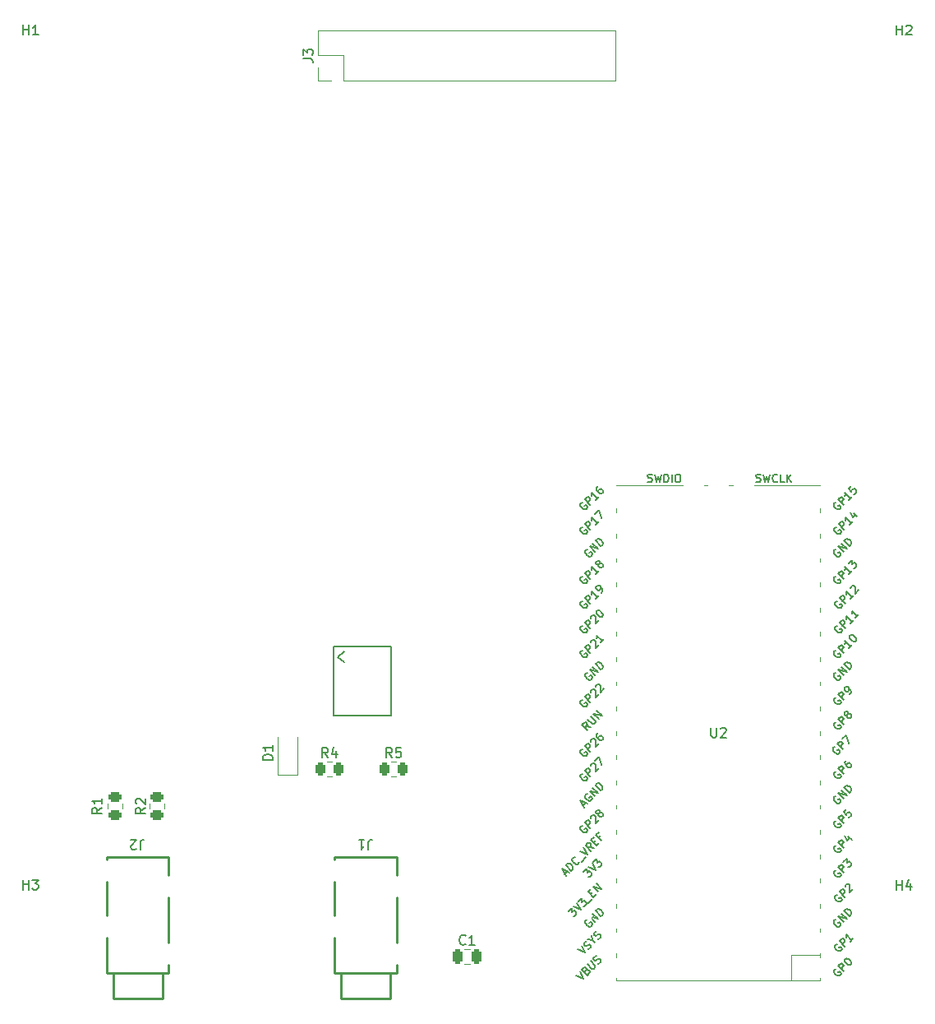
<source format=gbr>
%TF.GenerationSoftware,KiCad,Pcbnew,(6.0.7)*%
%TF.CreationDate,2022-08-05T22:04:18-07:00*%
%TF.ProjectId,d70-buddy-main-board,6437302d-6275-4646-9479-2d6d61696e2d,rev?*%
%TF.SameCoordinates,Original*%
%TF.FileFunction,Legend,Top*%
%TF.FilePolarity,Positive*%
%FSLAX46Y46*%
G04 Gerber Fmt 4.6, Leading zero omitted, Abs format (unit mm)*
G04 Created by KiCad (PCBNEW (6.0.7)) date 2022-08-05 22:04:18*
%MOMM*%
%LPD*%
G01*
G04 APERTURE LIST*
G04 Aperture macros list*
%AMRoundRect*
0 Rectangle with rounded corners*
0 $1 Rounding radius*
0 $2 $3 $4 $5 $6 $7 $8 $9 X,Y pos of 4 corners*
0 Add a 4 corners polygon primitive as box body*
4,1,4,$2,$3,$4,$5,$6,$7,$8,$9,$2,$3,0*
0 Add four circle primitives for the rounded corners*
1,1,$1+$1,$2,$3*
1,1,$1+$1,$4,$5*
1,1,$1+$1,$6,$7*
1,1,$1+$1,$8,$9*
0 Add four rect primitives between the rounded corners*
20,1,$1+$1,$2,$3,$4,$5,0*
20,1,$1+$1,$4,$5,$6,$7,0*
20,1,$1+$1,$6,$7,$8,$9,0*
20,1,$1+$1,$8,$9,$2,$3,0*%
G04 Aperture macros list end*
%ADD10C,0.150000*%
%ADD11C,0.120000*%
%ADD12C,0.254000*%
%ADD13R,1.200000X0.900000*%
%ADD14C,5.700000*%
%ADD15RoundRect,0.250000X-0.262500X-0.450000X0.262500X-0.450000X0.262500X0.450000X-0.262500X0.450000X0*%
%ADD16RoundRect,0.250000X0.450000X-0.262500X0.450000X0.262500X-0.450000X0.262500X-0.450000X-0.262500X0*%
%ADD17RoundRect,0.250000X-0.450000X0.262500X-0.450000X-0.262500X0.450000X-0.262500X0.450000X0.262500X0*%
%ADD18RoundRect,0.250000X-0.250000X-0.475000X0.250000X-0.475000X0.250000X0.475000X-0.250000X0.475000X0*%
%ADD19R,1.700000X1.700000*%
%ADD20O,1.700000X1.700000*%
%ADD21O,1.800000X1.800000*%
%ADD22O,1.500000X1.500000*%
%ADD23R,3.500000X1.700000*%
%ADD24R,1.700000X3.500000*%
%ADD25R,1.560000X1.780000*%
%ADD26R,1.520000X1.780000*%
%ADD27C,1.700000*%
%ADD28R,2.800000X1.800000*%
%ADD29R,2.500000X1.800000*%
%ADD30R,3.000000X1.800000*%
%ADD31C,0.800000*%
G04 APERTURE END LIST*
D10*
%TO.C,D1*%
X94452380Y-121738095D02*
X93452380Y-121738095D01*
X93452380Y-121500000D01*
X93500000Y-121357142D01*
X93595238Y-121261904D01*
X93690476Y-121214285D01*
X93880952Y-121166666D01*
X94023809Y-121166666D01*
X94214285Y-121214285D01*
X94309523Y-121261904D01*
X94404761Y-121357142D01*
X94452380Y-121500000D01*
X94452380Y-121738095D01*
X94452380Y-120214285D02*
X94452380Y-120785714D01*
X94452380Y-120500000D02*
X93452380Y-120500000D01*
X93595238Y-120595238D01*
X93690476Y-120690476D01*
X93738095Y-120785714D01*
%TO.C,H1*%
X68738095Y-47092380D02*
X68738095Y-46092380D01*
X68738095Y-46568571D02*
X69309523Y-46568571D01*
X69309523Y-47092380D02*
X69309523Y-46092380D01*
X70309523Y-47092380D02*
X69738095Y-47092380D01*
X70023809Y-47092380D02*
X70023809Y-46092380D01*
X69928571Y-46235238D01*
X69833333Y-46330476D01*
X69738095Y-46378095D01*
%TO.C,H2*%
X158738095Y-47112380D02*
X158738095Y-46112380D01*
X158738095Y-46588571D02*
X159309523Y-46588571D01*
X159309523Y-47112380D02*
X159309523Y-46112380D01*
X159738095Y-46207619D02*
X159785714Y-46160000D01*
X159880952Y-46112380D01*
X160119047Y-46112380D01*
X160214285Y-46160000D01*
X160261904Y-46207619D01*
X160309523Y-46302857D01*
X160309523Y-46398095D01*
X160261904Y-46540952D01*
X159690476Y-47112380D01*
X160309523Y-47112380D01*
%TO.C,H4*%
X158738095Y-135112380D02*
X158738095Y-134112380D01*
X158738095Y-134588571D02*
X159309523Y-134588571D01*
X159309523Y-135112380D02*
X159309523Y-134112380D01*
X160214285Y-134445714D02*
X160214285Y-135112380D01*
X159976190Y-134064761D02*
X159738095Y-134779047D01*
X160357142Y-134779047D01*
%TO.C,H3*%
X68738095Y-135092380D02*
X68738095Y-134092380D01*
X68738095Y-134568571D02*
X69309523Y-134568571D01*
X69309523Y-135092380D02*
X69309523Y-134092380D01*
X69690476Y-134092380D02*
X70309523Y-134092380D01*
X69976190Y-134473333D01*
X70119047Y-134473333D01*
X70214285Y-134520952D01*
X70261904Y-134568571D01*
X70309523Y-134663809D01*
X70309523Y-134901904D01*
X70261904Y-134997142D01*
X70214285Y-135044761D01*
X70119047Y-135092380D01*
X69833333Y-135092380D01*
X69738095Y-135044761D01*
X69690476Y-134997142D01*
%TO.C,R5*%
X106767333Y-121484380D02*
X106434000Y-121008190D01*
X106195904Y-121484380D02*
X106195904Y-120484380D01*
X106576857Y-120484380D01*
X106672095Y-120532000D01*
X106719714Y-120579619D01*
X106767333Y-120674857D01*
X106767333Y-120817714D01*
X106719714Y-120912952D01*
X106672095Y-120960571D01*
X106576857Y-121008190D01*
X106195904Y-121008190D01*
X107672095Y-120484380D02*
X107195904Y-120484380D01*
X107148285Y-120960571D01*
X107195904Y-120912952D01*
X107291142Y-120865333D01*
X107529238Y-120865333D01*
X107624476Y-120912952D01*
X107672095Y-120960571D01*
X107719714Y-121055809D01*
X107719714Y-121293904D01*
X107672095Y-121389142D01*
X107624476Y-121436761D01*
X107529238Y-121484380D01*
X107291142Y-121484380D01*
X107195904Y-121436761D01*
X107148285Y-121389142D01*
%TO.C,R4*%
X100163333Y-121484380D02*
X99830000Y-121008190D01*
X99591904Y-121484380D02*
X99591904Y-120484380D01*
X99972857Y-120484380D01*
X100068095Y-120532000D01*
X100115714Y-120579619D01*
X100163333Y-120674857D01*
X100163333Y-120817714D01*
X100115714Y-120912952D01*
X100068095Y-120960571D01*
X99972857Y-121008190D01*
X99591904Y-121008190D01*
X101020476Y-120817714D02*
X101020476Y-121484380D01*
X100782380Y-120436761D02*
X100544285Y-121151047D01*
X101163333Y-121151047D01*
%TO.C,R2*%
X81352380Y-126658666D02*
X80876190Y-126992000D01*
X81352380Y-127230095D02*
X80352380Y-127230095D01*
X80352380Y-126849142D01*
X80400000Y-126753904D01*
X80447619Y-126706285D01*
X80542857Y-126658666D01*
X80685714Y-126658666D01*
X80780952Y-126706285D01*
X80828571Y-126753904D01*
X80876190Y-126849142D01*
X80876190Y-127230095D01*
X80447619Y-126277714D02*
X80400000Y-126230095D01*
X80352380Y-126134857D01*
X80352380Y-125896761D01*
X80400000Y-125801523D01*
X80447619Y-125753904D01*
X80542857Y-125706285D01*
X80638095Y-125706285D01*
X80780952Y-125753904D01*
X81352380Y-126325333D01*
X81352380Y-125706285D01*
%TO.C,R1*%
X76852380Y-126658666D02*
X76376190Y-126992000D01*
X76852380Y-127230095D02*
X75852380Y-127230095D01*
X75852380Y-126849142D01*
X75900000Y-126753904D01*
X75947619Y-126706285D01*
X76042857Y-126658666D01*
X76185714Y-126658666D01*
X76280952Y-126706285D01*
X76328571Y-126753904D01*
X76376190Y-126849142D01*
X76376190Y-127230095D01*
X76852380Y-125706285D02*
X76852380Y-126277714D01*
X76852380Y-125992000D02*
X75852380Y-125992000D01*
X75995238Y-126087238D01*
X76090476Y-126182476D01*
X76138095Y-126277714D01*
%TO.C,C1*%
X114333333Y-140677142D02*
X114285714Y-140724761D01*
X114142857Y-140772380D01*
X114047619Y-140772380D01*
X113904761Y-140724761D01*
X113809523Y-140629523D01*
X113761904Y-140534285D01*
X113714285Y-140343809D01*
X113714285Y-140200952D01*
X113761904Y-140010476D01*
X113809523Y-139915238D01*
X113904761Y-139820000D01*
X114047619Y-139772380D01*
X114142857Y-139772380D01*
X114285714Y-139820000D01*
X114333333Y-139867619D01*
X115285714Y-140772380D02*
X114714285Y-140772380D01*
X115000000Y-140772380D02*
X115000000Y-139772380D01*
X114904761Y-139915238D01*
X114809523Y-140010476D01*
X114714285Y-140058095D01*
%TO.C,J3*%
X97622380Y-49563333D02*
X98336666Y-49563333D01*
X98479523Y-49610952D01*
X98574761Y-49706190D01*
X98622380Y-49849047D01*
X98622380Y-49944285D01*
X97622380Y-49182380D02*
X97622380Y-48563333D01*
X98003333Y-48896666D01*
X98003333Y-48753809D01*
X98050952Y-48658571D01*
X98098571Y-48610952D01*
X98193809Y-48563333D01*
X98431904Y-48563333D01*
X98527142Y-48610952D01*
X98574761Y-48658571D01*
X98622380Y-48753809D01*
X98622380Y-49039523D01*
X98574761Y-49134761D01*
X98527142Y-49182380D01*
%TO.C,U2*%
X139638095Y-118422380D02*
X139638095Y-119231904D01*
X139685714Y-119327142D01*
X139733333Y-119374761D01*
X139828571Y-119422380D01*
X140019047Y-119422380D01*
X140114285Y-119374761D01*
X140161904Y-119327142D01*
X140209523Y-119231904D01*
X140209523Y-118422380D01*
X140638095Y-118517619D02*
X140685714Y-118470000D01*
X140780952Y-118422380D01*
X141019047Y-118422380D01*
X141114285Y-118470000D01*
X141161904Y-118517619D01*
X141209523Y-118612857D01*
X141209523Y-118708095D01*
X141161904Y-118850952D01*
X140590476Y-119422380D01*
X141209523Y-119422380D01*
X152543722Y-97770592D02*
X152462910Y-97797529D01*
X152382097Y-97878341D01*
X152328223Y-97986091D01*
X152328223Y-98093841D01*
X152355160Y-98174653D01*
X152435972Y-98309340D01*
X152516784Y-98390152D01*
X152651471Y-98470964D01*
X152732284Y-98497902D01*
X152840033Y-98497902D01*
X152947783Y-98444027D01*
X153001658Y-98390152D01*
X153055532Y-98282402D01*
X153055532Y-98228528D01*
X152866971Y-98039966D01*
X152759221Y-98147715D01*
X153351844Y-98039966D02*
X152786158Y-97474280D01*
X153001658Y-97258781D01*
X153082470Y-97231844D01*
X153136345Y-97231844D01*
X153217157Y-97258781D01*
X153297969Y-97339593D01*
X153324906Y-97420406D01*
X153324906Y-97474280D01*
X153297969Y-97555093D01*
X153082470Y-97770592D01*
X154213841Y-97177969D02*
X153890592Y-97501218D01*
X154052216Y-97339593D02*
X153486531Y-96773908D01*
X153513468Y-96908595D01*
X153513468Y-97016345D01*
X153486531Y-97097157D01*
X154321590Y-96315972D02*
X154698714Y-96693096D01*
X153971404Y-96235160D02*
X154240778Y-96773908D01*
X154590964Y-96423722D01*
X152486158Y-138168155D02*
X152405346Y-138195093D01*
X152324534Y-138275905D01*
X152270659Y-138383654D01*
X152270659Y-138491404D01*
X152297597Y-138572216D01*
X152378409Y-138706903D01*
X152459221Y-138787715D01*
X152593908Y-138868528D01*
X152674720Y-138895465D01*
X152782470Y-138895465D01*
X152890219Y-138841590D01*
X152944094Y-138787715D01*
X152997969Y-138679966D01*
X152997969Y-138626091D01*
X152809407Y-138437529D01*
X152701658Y-138545279D01*
X153294280Y-138437529D02*
X152728595Y-137871844D01*
X153617529Y-138114280D01*
X153051844Y-137548595D01*
X153886903Y-137844906D02*
X153321218Y-137279221D01*
X153455905Y-137144534D01*
X153563654Y-137090659D01*
X153671404Y-137090659D01*
X153752216Y-137117597D01*
X153886903Y-137198409D01*
X153967715Y-137279221D01*
X154048528Y-137413908D01*
X154075465Y-137494720D01*
X154075465Y-137602470D01*
X154021590Y-137710219D01*
X153886903Y-137844906D01*
X124922131Y-137328308D02*
X125272317Y-136978122D01*
X125299255Y-137382183D01*
X125380067Y-137301370D01*
X125460879Y-137274433D01*
X125514754Y-137274433D01*
X125595566Y-137301370D01*
X125730253Y-137436057D01*
X125757190Y-137516870D01*
X125757190Y-137570744D01*
X125730253Y-137651557D01*
X125568629Y-137813181D01*
X125487816Y-137840118D01*
X125433942Y-137840118D01*
X125433942Y-136816497D02*
X126188189Y-137193621D01*
X125811065Y-136439374D01*
X125945752Y-136304687D02*
X126295938Y-135954500D01*
X126322876Y-136358561D01*
X126403688Y-136277749D01*
X126484500Y-136250812D01*
X126538375Y-136250812D01*
X126619187Y-136277749D01*
X126753874Y-136412436D01*
X126780812Y-136493248D01*
X126780812Y-136547123D01*
X126753874Y-136627935D01*
X126592250Y-136789560D01*
X126511438Y-136816497D01*
X126457563Y-136816497D01*
X127023248Y-136466311D02*
X127454247Y-136035312D01*
X127238748Y-135550439D02*
X127427309Y-135361877D01*
X127804433Y-135577377D02*
X127535059Y-135846751D01*
X126969374Y-135281065D01*
X127238748Y-135011691D01*
X128046870Y-135334940D02*
X127481184Y-134769255D01*
X128370118Y-135011691D01*
X127804433Y-134446006D01*
X124554788Y-133503773D02*
X124824162Y-133234399D01*
X124662537Y-133719272D02*
X124285414Y-132965025D01*
X125039661Y-133342149D01*
X125228223Y-133153587D02*
X124662537Y-132587902D01*
X124797224Y-132453215D01*
X124904974Y-132399340D01*
X125012723Y-132399340D01*
X125093536Y-132426277D01*
X125228223Y-132507089D01*
X125309035Y-132587902D01*
X125389847Y-132722589D01*
X125416784Y-132803401D01*
X125416784Y-132911150D01*
X125362910Y-133018900D01*
X125228223Y-133153587D01*
X126063282Y-132210778D02*
X126063282Y-132264653D01*
X126009407Y-132372402D01*
X125955532Y-132426277D01*
X125847783Y-132480152D01*
X125740033Y-132480152D01*
X125659221Y-132453215D01*
X125524534Y-132372402D01*
X125443722Y-132291590D01*
X125362910Y-132156903D01*
X125335972Y-132076091D01*
X125335972Y-131968341D01*
X125389847Y-131860592D01*
X125443722Y-131806717D01*
X125551471Y-131752842D01*
X125605346Y-131752842D01*
X126278781Y-132210778D02*
X126709780Y-131779780D01*
X126144094Y-131106345D02*
X126898341Y-131483468D01*
X126521218Y-130729221D01*
X127598714Y-130783096D02*
X127140778Y-130702284D01*
X127275465Y-131106345D02*
X126709780Y-130540659D01*
X126925279Y-130325160D01*
X127006091Y-130298223D01*
X127059966Y-130298223D01*
X127140778Y-130325160D01*
X127221590Y-130405972D01*
X127248528Y-130486784D01*
X127248528Y-130540659D01*
X127221590Y-130621471D01*
X127006091Y-130836971D01*
X127544839Y-130244348D02*
X127733401Y-130055786D01*
X128110524Y-130271285D02*
X127841150Y-130540659D01*
X127275465Y-129974974D01*
X127544839Y-129705600D01*
X128245211Y-129543975D02*
X128056650Y-129732537D01*
X128352961Y-130028849D02*
X127787276Y-129463163D01*
X128056650Y-129193789D01*
X126389722Y-128504592D02*
X126308910Y-128531529D01*
X126228097Y-128612341D01*
X126174223Y-128720091D01*
X126174223Y-128827841D01*
X126201160Y-128908653D01*
X126281972Y-129043340D01*
X126362784Y-129124152D01*
X126497471Y-129204964D01*
X126578284Y-129231902D01*
X126686033Y-129231902D01*
X126793783Y-129178027D01*
X126847658Y-129124152D01*
X126901532Y-129016402D01*
X126901532Y-128962528D01*
X126712971Y-128773966D01*
X126605221Y-128881715D01*
X127197844Y-128773966D02*
X126632158Y-128208280D01*
X126847658Y-127992781D01*
X126928470Y-127965844D01*
X126982345Y-127965844D01*
X127063157Y-127992781D01*
X127143969Y-128073593D01*
X127170906Y-128154406D01*
X127170906Y-128208280D01*
X127143969Y-128289093D01*
X126928470Y-128504592D01*
X127224781Y-127723407D02*
X127224781Y-127669532D01*
X127251719Y-127588720D01*
X127386406Y-127454033D01*
X127467218Y-127427096D01*
X127521093Y-127427096D01*
X127601905Y-127454033D01*
X127655780Y-127507908D01*
X127709654Y-127615658D01*
X127709654Y-128262155D01*
X128059841Y-127911969D01*
X128059841Y-127265471D02*
X127979028Y-127292409D01*
X127925154Y-127292409D01*
X127844341Y-127265471D01*
X127817404Y-127238534D01*
X127790467Y-127157722D01*
X127790467Y-127103847D01*
X127817404Y-127023035D01*
X127925154Y-126915285D01*
X128005966Y-126888348D01*
X128059841Y-126888348D01*
X128140653Y-126915285D01*
X128167590Y-126942223D01*
X128194528Y-127023035D01*
X128194528Y-127076910D01*
X128167590Y-127157722D01*
X128059841Y-127265471D01*
X128032903Y-127346284D01*
X128032903Y-127400158D01*
X128059841Y-127480971D01*
X128167590Y-127588720D01*
X128248402Y-127615658D01*
X128302277Y-127615658D01*
X128383089Y-127588720D01*
X128490839Y-127480971D01*
X128517776Y-127400158D01*
X128517776Y-127346284D01*
X128490839Y-127265471D01*
X128383089Y-127157722D01*
X128302277Y-127130784D01*
X128248402Y-127130784D01*
X128167590Y-127157722D01*
X126886158Y-138168155D02*
X126805346Y-138195093D01*
X126724534Y-138275905D01*
X126670659Y-138383654D01*
X126670659Y-138491404D01*
X126697597Y-138572216D01*
X126778409Y-138706903D01*
X126859221Y-138787715D01*
X126993908Y-138868528D01*
X127074720Y-138895465D01*
X127182470Y-138895465D01*
X127290219Y-138841590D01*
X127344094Y-138787715D01*
X127397969Y-138679966D01*
X127397969Y-138626091D01*
X127209407Y-138437529D01*
X127101658Y-138545279D01*
X127694280Y-138437529D02*
X127128595Y-137871844D01*
X128017529Y-138114280D01*
X127451844Y-137548595D01*
X128286903Y-137844906D02*
X127721218Y-137279221D01*
X127855905Y-137144534D01*
X127963654Y-137090659D01*
X128071404Y-137090659D01*
X128152216Y-137117597D01*
X128286903Y-137198409D01*
X128367715Y-137279221D01*
X128448528Y-137413908D01*
X128475465Y-137494720D01*
X128475465Y-137602470D01*
X128421590Y-137710219D01*
X128286903Y-137844906D01*
X152513096Y-127981218D02*
X152432284Y-128008155D01*
X152351471Y-128088967D01*
X152297597Y-128196717D01*
X152297597Y-128304467D01*
X152324534Y-128385279D01*
X152405346Y-128519966D01*
X152486158Y-128600778D01*
X152620845Y-128681590D01*
X152701658Y-128708528D01*
X152809407Y-128708528D01*
X152917157Y-128654653D01*
X152971032Y-128600778D01*
X153024906Y-128493028D01*
X153024906Y-128439154D01*
X152836345Y-128250592D01*
X152728595Y-128358341D01*
X153321218Y-128250592D02*
X152755532Y-127684906D01*
X152971032Y-127469407D01*
X153051844Y-127442470D01*
X153105719Y-127442470D01*
X153186531Y-127469407D01*
X153267343Y-127550219D01*
X153294280Y-127631032D01*
X153294280Y-127684906D01*
X153267343Y-127765719D01*
X153051844Y-127981218D01*
X153590592Y-126849847D02*
X153321218Y-127119221D01*
X153563654Y-127415532D01*
X153563654Y-127361658D01*
X153590592Y-127280845D01*
X153725279Y-127146158D01*
X153806091Y-127119221D01*
X153859966Y-127119221D01*
X153940778Y-127146158D01*
X154075465Y-127280845D01*
X154102402Y-127361658D01*
X154102402Y-127415532D01*
X154075465Y-127496345D01*
X153940778Y-127631032D01*
X153859966Y-127657969D01*
X153806091Y-127657969D01*
X152497722Y-95230592D02*
X152416910Y-95257529D01*
X152336097Y-95338341D01*
X152282223Y-95446091D01*
X152282223Y-95553841D01*
X152309160Y-95634653D01*
X152389972Y-95769340D01*
X152470784Y-95850152D01*
X152605471Y-95930964D01*
X152686284Y-95957902D01*
X152794033Y-95957902D01*
X152901783Y-95904027D01*
X152955658Y-95850152D01*
X153009532Y-95742402D01*
X153009532Y-95688528D01*
X152820971Y-95499966D01*
X152713221Y-95607715D01*
X153305844Y-95499966D02*
X152740158Y-94934280D01*
X152955658Y-94718781D01*
X153036470Y-94691844D01*
X153090345Y-94691844D01*
X153171157Y-94718781D01*
X153251969Y-94799593D01*
X153278906Y-94880406D01*
X153278906Y-94934280D01*
X153251969Y-95015093D01*
X153036470Y-95230592D01*
X154167841Y-94637969D02*
X153844592Y-94961218D01*
X154006216Y-94799593D02*
X153440531Y-94233908D01*
X153467468Y-94368595D01*
X153467468Y-94476345D01*
X153440531Y-94557157D01*
X154113966Y-93560473D02*
X153844592Y-93829847D01*
X154087028Y-94126158D01*
X154087028Y-94072284D01*
X154113966Y-93991471D01*
X154248653Y-93856784D01*
X154329465Y-93829847D01*
X154383340Y-93829847D01*
X154464152Y-93856784D01*
X154598839Y-93991471D01*
X154625776Y-94072284D01*
X154625776Y-94126158D01*
X154598839Y-94206971D01*
X154464152Y-94341658D01*
X154383340Y-94368595D01*
X154329465Y-94368595D01*
X152486158Y-100068155D02*
X152405346Y-100095093D01*
X152324534Y-100175905D01*
X152270659Y-100283654D01*
X152270659Y-100391404D01*
X152297597Y-100472216D01*
X152378409Y-100606903D01*
X152459221Y-100687715D01*
X152593908Y-100768528D01*
X152674720Y-100795465D01*
X152782470Y-100795465D01*
X152890219Y-100741590D01*
X152944094Y-100687715D01*
X152997969Y-100579966D01*
X152997969Y-100526091D01*
X152809407Y-100337529D01*
X152701658Y-100445279D01*
X153294280Y-100337529D02*
X152728595Y-99771844D01*
X153617529Y-100014280D01*
X153051844Y-99448595D01*
X153886903Y-99744906D02*
X153321218Y-99179221D01*
X153455905Y-99044534D01*
X153563654Y-98990659D01*
X153671404Y-98990659D01*
X153752216Y-99017597D01*
X153886903Y-99098409D01*
X153967715Y-99179221D01*
X154048528Y-99313908D01*
X154075465Y-99394720D01*
X154075465Y-99502470D01*
X154021590Y-99610219D01*
X153886903Y-99744906D01*
X152513096Y-130521218D02*
X152432284Y-130548155D01*
X152351471Y-130628967D01*
X152297597Y-130736717D01*
X152297597Y-130844467D01*
X152324534Y-130925279D01*
X152405346Y-131059966D01*
X152486158Y-131140778D01*
X152620845Y-131221590D01*
X152701658Y-131248528D01*
X152809407Y-131248528D01*
X152917157Y-131194653D01*
X152971032Y-131140778D01*
X153024906Y-131033028D01*
X153024906Y-130979154D01*
X152836345Y-130790592D01*
X152728595Y-130898341D01*
X153321218Y-130790592D02*
X152755532Y-130224906D01*
X152971032Y-130009407D01*
X153051844Y-129982470D01*
X153105719Y-129982470D01*
X153186531Y-130009407D01*
X153267343Y-130090219D01*
X153294280Y-130171032D01*
X153294280Y-130224906D01*
X153267343Y-130305719D01*
X153051844Y-130521218D01*
X153752216Y-129605346D02*
X154129340Y-129982470D01*
X153402030Y-129524534D02*
X153671404Y-130063282D01*
X154021590Y-129713096D01*
X152513096Y-122901218D02*
X152432284Y-122928155D01*
X152351471Y-123008967D01*
X152297597Y-123116717D01*
X152297597Y-123224467D01*
X152324534Y-123305279D01*
X152405346Y-123439966D01*
X152486158Y-123520778D01*
X152620845Y-123601590D01*
X152701658Y-123628528D01*
X152809407Y-123628528D01*
X152917157Y-123574653D01*
X152971032Y-123520778D01*
X153024906Y-123413028D01*
X153024906Y-123359154D01*
X152836345Y-123170592D01*
X152728595Y-123278341D01*
X153321218Y-123170592D02*
X152755532Y-122604906D01*
X152971032Y-122389407D01*
X153051844Y-122362470D01*
X153105719Y-122362470D01*
X153186531Y-122389407D01*
X153267343Y-122470219D01*
X153294280Y-122551032D01*
X153294280Y-122604906D01*
X153267343Y-122685719D01*
X153051844Y-122901218D01*
X153563654Y-121796784D02*
X153455905Y-121904534D01*
X153428967Y-121985346D01*
X153428967Y-122039221D01*
X153455905Y-122173908D01*
X153536717Y-122308595D01*
X153752216Y-122524094D01*
X153833028Y-122551032D01*
X153886903Y-122551032D01*
X153967715Y-122524094D01*
X154075465Y-122416345D01*
X154102402Y-122335532D01*
X154102402Y-122281658D01*
X154075465Y-122200845D01*
X153940778Y-122066158D01*
X153859966Y-122039221D01*
X153806091Y-122039221D01*
X153725279Y-122066158D01*
X153617529Y-122173908D01*
X153590592Y-122254720D01*
X153590592Y-122308595D01*
X153617529Y-122389407D01*
X152486158Y-125468155D02*
X152405346Y-125495093D01*
X152324534Y-125575905D01*
X152270659Y-125683654D01*
X152270659Y-125791404D01*
X152297597Y-125872216D01*
X152378409Y-126006903D01*
X152459221Y-126087715D01*
X152593908Y-126168528D01*
X152674720Y-126195465D01*
X152782470Y-126195465D01*
X152890219Y-126141590D01*
X152944094Y-126087715D01*
X152997969Y-125979966D01*
X152997969Y-125926091D01*
X152809407Y-125737529D01*
X152701658Y-125845279D01*
X153294280Y-125737529D02*
X152728595Y-125171844D01*
X153617529Y-125414280D01*
X153051844Y-124848595D01*
X153886903Y-125144906D02*
X153321218Y-124579221D01*
X153455905Y-124444534D01*
X153563654Y-124390659D01*
X153671404Y-124390659D01*
X153752216Y-124417597D01*
X153886903Y-124498409D01*
X153967715Y-124579221D01*
X154048528Y-124713908D01*
X154075465Y-124794720D01*
X154075465Y-124902470D01*
X154021590Y-125010219D01*
X153886903Y-125144906D01*
X144290476Y-93093809D02*
X144404761Y-93131904D01*
X144595238Y-93131904D01*
X144671428Y-93093809D01*
X144709523Y-93055714D01*
X144747619Y-92979523D01*
X144747619Y-92903333D01*
X144709523Y-92827142D01*
X144671428Y-92789047D01*
X144595238Y-92750952D01*
X144442857Y-92712857D01*
X144366666Y-92674761D01*
X144328571Y-92636666D01*
X144290476Y-92560476D01*
X144290476Y-92484285D01*
X144328571Y-92408095D01*
X144366666Y-92370000D01*
X144442857Y-92331904D01*
X144633333Y-92331904D01*
X144747619Y-92370000D01*
X145014285Y-92331904D02*
X145204761Y-93131904D01*
X145357142Y-92560476D01*
X145509523Y-93131904D01*
X145700000Y-92331904D01*
X146461904Y-93055714D02*
X146423809Y-93093809D01*
X146309523Y-93131904D01*
X146233333Y-93131904D01*
X146119047Y-93093809D01*
X146042857Y-93017619D01*
X146004761Y-92941428D01*
X145966666Y-92789047D01*
X145966666Y-92674761D01*
X146004761Y-92522380D01*
X146042857Y-92446190D01*
X146119047Y-92370000D01*
X146233333Y-92331904D01*
X146309523Y-92331904D01*
X146423809Y-92370000D01*
X146461904Y-92408095D01*
X147185714Y-93131904D02*
X146804761Y-93131904D01*
X146804761Y-92331904D01*
X147452380Y-93131904D02*
X147452380Y-92331904D01*
X147909523Y-93131904D02*
X147566666Y-92674761D01*
X147909523Y-92331904D02*
X147452380Y-92789047D01*
X126886158Y-112768155D02*
X126805346Y-112795093D01*
X126724534Y-112875905D01*
X126670659Y-112983654D01*
X126670659Y-113091404D01*
X126697597Y-113172216D01*
X126778409Y-113306903D01*
X126859221Y-113387715D01*
X126993908Y-113468528D01*
X127074720Y-113495465D01*
X127182470Y-113495465D01*
X127290219Y-113441590D01*
X127344094Y-113387715D01*
X127397969Y-113279966D01*
X127397969Y-113226091D01*
X127209407Y-113037529D01*
X127101658Y-113145279D01*
X127694280Y-113037529D02*
X127128595Y-112471844D01*
X128017529Y-112714280D01*
X127451844Y-112148595D01*
X128286903Y-112444906D02*
X127721218Y-111879221D01*
X127855905Y-111744534D01*
X127963654Y-111690659D01*
X128071404Y-111690659D01*
X128152216Y-111717597D01*
X128286903Y-111798409D01*
X128367715Y-111879221D01*
X128448528Y-112013908D01*
X128475465Y-112094720D01*
X128475465Y-112202470D01*
X128421590Y-112310219D01*
X128286903Y-112444906D01*
X126389722Y-105390592D02*
X126308910Y-105417529D01*
X126228097Y-105498341D01*
X126174223Y-105606091D01*
X126174223Y-105713841D01*
X126201160Y-105794653D01*
X126281972Y-105929340D01*
X126362784Y-106010152D01*
X126497471Y-106090964D01*
X126578284Y-106117902D01*
X126686033Y-106117902D01*
X126793783Y-106064027D01*
X126847658Y-106010152D01*
X126901532Y-105902402D01*
X126901532Y-105848528D01*
X126712971Y-105659966D01*
X126605221Y-105767715D01*
X127197844Y-105659966D02*
X126632158Y-105094280D01*
X126847658Y-104878781D01*
X126928470Y-104851844D01*
X126982345Y-104851844D01*
X127063157Y-104878781D01*
X127143969Y-104959593D01*
X127170906Y-105040406D01*
X127170906Y-105094280D01*
X127143969Y-105175093D01*
X126928470Y-105390592D01*
X128059841Y-104797969D02*
X127736592Y-105121218D01*
X127898216Y-104959593D02*
X127332531Y-104393908D01*
X127359468Y-104528595D01*
X127359468Y-104636345D01*
X127332531Y-104717157D01*
X128329215Y-104528595D02*
X128436964Y-104420845D01*
X128463902Y-104340033D01*
X128463902Y-104286158D01*
X128436964Y-104151471D01*
X128356152Y-104016784D01*
X128140653Y-103801285D01*
X128059841Y-103774348D01*
X128005966Y-103774348D01*
X127925154Y-103801285D01*
X127817404Y-103909035D01*
X127790467Y-103989847D01*
X127790467Y-104043722D01*
X127817404Y-104124534D01*
X127952091Y-104259221D01*
X128032903Y-104286158D01*
X128086778Y-104286158D01*
X128167590Y-104259221D01*
X128275340Y-104151471D01*
X128302277Y-104070659D01*
X128302277Y-104016784D01*
X128275340Y-103935972D01*
X152613096Y-140691218D02*
X152532284Y-140718155D01*
X152451471Y-140798967D01*
X152397597Y-140906717D01*
X152397597Y-141014467D01*
X152424534Y-141095279D01*
X152505346Y-141229966D01*
X152586158Y-141310778D01*
X152720845Y-141391590D01*
X152801658Y-141418528D01*
X152909407Y-141418528D01*
X153017157Y-141364653D01*
X153071032Y-141310778D01*
X153124906Y-141203028D01*
X153124906Y-141149154D01*
X152936345Y-140960592D01*
X152828595Y-141068341D01*
X153421218Y-140960592D02*
X152855532Y-140394906D01*
X153071032Y-140179407D01*
X153151844Y-140152470D01*
X153205719Y-140152470D01*
X153286531Y-140179407D01*
X153367343Y-140260219D01*
X153394280Y-140341032D01*
X153394280Y-140394906D01*
X153367343Y-140475719D01*
X153151844Y-140691218D01*
X154283215Y-140098595D02*
X153959966Y-140421844D01*
X154121590Y-140260219D02*
X153555905Y-139694534D01*
X153582842Y-139829221D01*
X153582842Y-139936971D01*
X153555905Y-140017783D01*
X152513096Y-133061218D02*
X152432284Y-133088155D01*
X152351471Y-133168967D01*
X152297597Y-133276717D01*
X152297597Y-133384467D01*
X152324534Y-133465279D01*
X152405346Y-133599966D01*
X152486158Y-133680778D01*
X152620845Y-133761590D01*
X152701658Y-133788528D01*
X152809407Y-133788528D01*
X152917157Y-133734653D01*
X152971032Y-133680778D01*
X153024906Y-133573028D01*
X153024906Y-133519154D01*
X152836345Y-133330592D01*
X152728595Y-133438341D01*
X153321218Y-133330592D02*
X152755532Y-132764906D01*
X152971032Y-132549407D01*
X153051844Y-132522470D01*
X153105719Y-132522470D01*
X153186531Y-132549407D01*
X153267343Y-132630219D01*
X153294280Y-132711032D01*
X153294280Y-132764906D01*
X153267343Y-132845719D01*
X153051844Y-133061218D01*
X153267343Y-132253096D02*
X153617529Y-131902910D01*
X153644467Y-132306971D01*
X153725279Y-132226158D01*
X153806091Y-132199221D01*
X153859966Y-132199221D01*
X153940778Y-132226158D01*
X154075465Y-132360845D01*
X154102402Y-132441658D01*
X154102402Y-132495532D01*
X154075465Y-132576345D01*
X153913841Y-132737969D01*
X153833028Y-132764906D01*
X153779154Y-132764906D01*
X152513096Y-117821218D02*
X152432284Y-117848155D01*
X152351471Y-117928967D01*
X152297597Y-118036717D01*
X152297597Y-118144467D01*
X152324534Y-118225279D01*
X152405346Y-118359966D01*
X152486158Y-118440778D01*
X152620845Y-118521590D01*
X152701658Y-118548528D01*
X152809407Y-118548528D01*
X152917157Y-118494653D01*
X152971032Y-118440778D01*
X153024906Y-118333028D01*
X153024906Y-118279154D01*
X152836345Y-118090592D01*
X152728595Y-118198341D01*
X153321218Y-118090592D02*
X152755532Y-117524906D01*
X152971032Y-117309407D01*
X153051844Y-117282470D01*
X153105719Y-117282470D01*
X153186531Y-117309407D01*
X153267343Y-117390219D01*
X153294280Y-117471032D01*
X153294280Y-117524906D01*
X153267343Y-117605719D01*
X153051844Y-117821218D01*
X153644467Y-117120845D02*
X153563654Y-117147783D01*
X153509780Y-117147783D01*
X153428967Y-117120845D01*
X153402030Y-117093908D01*
X153375093Y-117013096D01*
X153375093Y-116959221D01*
X153402030Y-116878409D01*
X153509780Y-116770659D01*
X153590592Y-116743722D01*
X153644467Y-116743722D01*
X153725279Y-116770659D01*
X153752216Y-116797597D01*
X153779154Y-116878409D01*
X153779154Y-116932284D01*
X153752216Y-117013096D01*
X153644467Y-117120845D01*
X153617529Y-117201658D01*
X153617529Y-117255532D01*
X153644467Y-117336345D01*
X153752216Y-117444094D01*
X153833028Y-117471032D01*
X153886903Y-117471032D01*
X153967715Y-117444094D01*
X154075465Y-117336345D01*
X154102402Y-117255532D01*
X154102402Y-117201658D01*
X154075465Y-117120845D01*
X153967715Y-117013096D01*
X153886903Y-116986158D01*
X153833028Y-116986158D01*
X153752216Y-117013096D01*
X152513096Y-143221218D02*
X152432284Y-143248155D01*
X152351471Y-143328967D01*
X152297597Y-143436717D01*
X152297597Y-143544467D01*
X152324534Y-143625279D01*
X152405346Y-143759966D01*
X152486158Y-143840778D01*
X152620845Y-143921590D01*
X152701658Y-143948528D01*
X152809407Y-143948528D01*
X152917157Y-143894653D01*
X152971032Y-143840778D01*
X153024906Y-143733028D01*
X153024906Y-143679154D01*
X152836345Y-143490592D01*
X152728595Y-143598341D01*
X153321218Y-143490592D02*
X152755532Y-142924906D01*
X152971032Y-142709407D01*
X153051844Y-142682470D01*
X153105719Y-142682470D01*
X153186531Y-142709407D01*
X153267343Y-142790219D01*
X153294280Y-142871032D01*
X153294280Y-142924906D01*
X153267343Y-143005719D01*
X153051844Y-143221218D01*
X153428967Y-142251471D02*
X153482842Y-142197597D01*
X153563654Y-142170659D01*
X153617529Y-142170659D01*
X153698341Y-142197597D01*
X153833028Y-142278409D01*
X153967715Y-142413096D01*
X154048528Y-142547783D01*
X154075465Y-142628595D01*
X154075465Y-142682470D01*
X154048528Y-142763282D01*
X153994653Y-142817157D01*
X153913841Y-142844094D01*
X153859966Y-142844094D01*
X153779154Y-142817157D01*
X153644467Y-142736345D01*
X153509780Y-142601658D01*
X153428967Y-142466971D01*
X153402030Y-142386158D01*
X153402030Y-142332284D01*
X153428967Y-142251471D01*
X152497722Y-110470592D02*
X152416910Y-110497529D01*
X152336097Y-110578341D01*
X152282223Y-110686091D01*
X152282223Y-110793841D01*
X152309160Y-110874653D01*
X152389972Y-111009340D01*
X152470784Y-111090152D01*
X152605471Y-111170964D01*
X152686284Y-111197902D01*
X152794033Y-111197902D01*
X152901783Y-111144027D01*
X152955658Y-111090152D01*
X153009532Y-110982402D01*
X153009532Y-110928528D01*
X152820971Y-110739966D01*
X152713221Y-110847715D01*
X153305844Y-110739966D02*
X152740158Y-110174280D01*
X152955658Y-109958781D01*
X153036470Y-109931844D01*
X153090345Y-109931844D01*
X153171157Y-109958781D01*
X153251969Y-110039593D01*
X153278906Y-110120406D01*
X153278906Y-110174280D01*
X153251969Y-110255093D01*
X153036470Y-110470592D01*
X154167841Y-109877969D02*
X153844592Y-110201218D01*
X154006216Y-110039593D02*
X153440531Y-109473908D01*
X153467468Y-109608595D01*
X153467468Y-109716345D01*
X153440531Y-109797157D01*
X153952341Y-108962097D02*
X154006216Y-108908223D01*
X154087028Y-108881285D01*
X154140903Y-108881285D01*
X154221715Y-108908223D01*
X154356402Y-108989035D01*
X154491089Y-109123722D01*
X154571902Y-109258409D01*
X154598839Y-109339221D01*
X154598839Y-109393096D01*
X154571902Y-109473908D01*
X154518027Y-109527783D01*
X154437215Y-109554720D01*
X154383340Y-109554720D01*
X154302528Y-109527783D01*
X154167841Y-109446971D01*
X154033154Y-109312284D01*
X153952341Y-109177597D01*
X153925404Y-109096784D01*
X153925404Y-109042910D01*
X153952341Y-108962097D01*
X152513096Y-115281218D02*
X152432284Y-115308155D01*
X152351471Y-115388967D01*
X152297597Y-115496717D01*
X152297597Y-115604467D01*
X152324534Y-115685279D01*
X152405346Y-115819966D01*
X152486158Y-115900778D01*
X152620845Y-115981590D01*
X152701658Y-116008528D01*
X152809407Y-116008528D01*
X152917157Y-115954653D01*
X152971032Y-115900778D01*
X153024906Y-115793028D01*
X153024906Y-115739154D01*
X152836345Y-115550592D01*
X152728595Y-115658341D01*
X153321218Y-115550592D02*
X152755532Y-114984906D01*
X152971032Y-114769407D01*
X153051844Y-114742470D01*
X153105719Y-114742470D01*
X153186531Y-114769407D01*
X153267343Y-114850219D01*
X153294280Y-114931032D01*
X153294280Y-114984906D01*
X153267343Y-115065719D01*
X153051844Y-115281218D01*
X153913841Y-114957969D02*
X154021590Y-114850219D01*
X154048528Y-114769407D01*
X154048528Y-114715532D01*
X154021590Y-114580845D01*
X153940778Y-114446158D01*
X153725279Y-114230659D01*
X153644467Y-114203722D01*
X153590592Y-114203722D01*
X153509780Y-114230659D01*
X153402030Y-114338409D01*
X153375093Y-114419221D01*
X153375093Y-114473096D01*
X153402030Y-114553908D01*
X153536717Y-114688595D01*
X153617529Y-114715532D01*
X153671404Y-114715532D01*
X153752216Y-114688595D01*
X153859966Y-114580845D01*
X153886903Y-114500033D01*
X153886903Y-114446158D01*
X153859966Y-114365346D01*
X152643722Y-105390592D02*
X152562910Y-105417529D01*
X152482097Y-105498341D01*
X152428223Y-105606091D01*
X152428223Y-105713841D01*
X152455160Y-105794653D01*
X152535972Y-105929340D01*
X152616784Y-106010152D01*
X152751471Y-106090964D01*
X152832284Y-106117902D01*
X152940033Y-106117902D01*
X153047783Y-106064027D01*
X153101658Y-106010152D01*
X153155532Y-105902402D01*
X153155532Y-105848528D01*
X152966971Y-105659966D01*
X152859221Y-105767715D01*
X153451844Y-105659966D02*
X152886158Y-105094280D01*
X153101658Y-104878781D01*
X153182470Y-104851844D01*
X153236345Y-104851844D01*
X153317157Y-104878781D01*
X153397969Y-104959593D01*
X153424906Y-105040406D01*
X153424906Y-105094280D01*
X153397969Y-105175093D01*
X153182470Y-105390592D01*
X154313841Y-104797969D02*
X153990592Y-105121218D01*
X154152216Y-104959593D02*
X153586531Y-104393908D01*
X153613468Y-104528595D01*
X153613468Y-104636345D01*
X153586531Y-104717157D01*
X154017529Y-104070659D02*
X154017529Y-104016784D01*
X154044467Y-103935972D01*
X154179154Y-103801285D01*
X154259966Y-103774348D01*
X154313841Y-103774348D01*
X154394653Y-103801285D01*
X154448528Y-103855160D01*
X154502402Y-103962910D01*
X154502402Y-104609407D01*
X154852589Y-104259221D01*
X152413096Y-120391218D02*
X152332284Y-120418155D01*
X152251471Y-120498967D01*
X152197597Y-120606717D01*
X152197597Y-120714467D01*
X152224534Y-120795279D01*
X152305346Y-120929966D01*
X152386158Y-121010778D01*
X152520845Y-121091590D01*
X152601658Y-121118528D01*
X152709407Y-121118528D01*
X152817157Y-121064653D01*
X152871032Y-121010778D01*
X152924906Y-120903028D01*
X152924906Y-120849154D01*
X152736345Y-120660592D01*
X152628595Y-120768341D01*
X153221218Y-120660592D02*
X152655532Y-120094906D01*
X152871032Y-119879407D01*
X152951844Y-119852470D01*
X153005719Y-119852470D01*
X153086531Y-119879407D01*
X153167343Y-119960219D01*
X153194280Y-120041032D01*
X153194280Y-120094906D01*
X153167343Y-120175719D01*
X152951844Y-120391218D01*
X153167343Y-119583096D02*
X153544467Y-119205972D01*
X153867715Y-120014094D01*
X152613096Y-135601218D02*
X152532284Y-135628155D01*
X152451471Y-135708967D01*
X152397597Y-135816717D01*
X152397597Y-135924467D01*
X152424534Y-136005279D01*
X152505346Y-136139966D01*
X152586158Y-136220778D01*
X152720845Y-136301590D01*
X152801658Y-136328528D01*
X152909407Y-136328528D01*
X153017157Y-136274653D01*
X153071032Y-136220778D01*
X153124906Y-136113028D01*
X153124906Y-136059154D01*
X152936345Y-135870592D01*
X152828595Y-135978341D01*
X153421218Y-135870592D02*
X152855532Y-135304906D01*
X153071032Y-135089407D01*
X153151844Y-135062470D01*
X153205719Y-135062470D01*
X153286531Y-135089407D01*
X153367343Y-135170219D01*
X153394280Y-135251032D01*
X153394280Y-135304906D01*
X153367343Y-135385719D01*
X153151844Y-135601218D01*
X153448155Y-134820033D02*
X153448155Y-134766158D01*
X153475093Y-134685346D01*
X153609780Y-134550659D01*
X153690592Y-134523722D01*
X153744467Y-134523722D01*
X153825279Y-134550659D01*
X153879154Y-134604534D01*
X153933028Y-134712284D01*
X153933028Y-135358781D01*
X154283215Y-135008595D01*
X152497722Y-102850592D02*
X152416910Y-102877529D01*
X152336097Y-102958341D01*
X152282223Y-103066091D01*
X152282223Y-103173841D01*
X152309160Y-103254653D01*
X152389972Y-103389340D01*
X152470784Y-103470152D01*
X152605471Y-103550964D01*
X152686284Y-103577902D01*
X152794033Y-103577902D01*
X152901783Y-103524027D01*
X152955658Y-103470152D01*
X153009532Y-103362402D01*
X153009532Y-103308528D01*
X152820971Y-103119966D01*
X152713221Y-103227715D01*
X153305844Y-103119966D02*
X152740158Y-102554280D01*
X152955658Y-102338781D01*
X153036470Y-102311844D01*
X153090345Y-102311844D01*
X153171157Y-102338781D01*
X153251969Y-102419593D01*
X153278906Y-102500406D01*
X153278906Y-102554280D01*
X153251969Y-102635093D01*
X153036470Y-102850592D01*
X154167841Y-102257969D02*
X153844592Y-102581218D01*
X154006216Y-102419593D02*
X153440531Y-101853908D01*
X153467468Y-101988595D01*
X153467468Y-102096345D01*
X153440531Y-102177157D01*
X153790717Y-101503722D02*
X154140903Y-101153536D01*
X154167841Y-101557597D01*
X154248653Y-101476784D01*
X154329465Y-101449847D01*
X154383340Y-101449847D01*
X154464152Y-101476784D01*
X154598839Y-101611471D01*
X154625776Y-101692284D01*
X154625776Y-101746158D01*
X154598839Y-101826971D01*
X154437215Y-101988595D01*
X154356402Y-102015532D01*
X154302528Y-102015532D01*
X125753129Y-143897309D02*
X126507377Y-144274433D01*
X126130253Y-143520186D01*
X126776751Y-143412436D02*
X126884500Y-143358561D01*
X126938375Y-143358561D01*
X127019187Y-143385499D01*
X127100000Y-143466311D01*
X127126937Y-143547123D01*
X127126937Y-143600998D01*
X127100000Y-143681810D01*
X126884500Y-143897309D01*
X126318815Y-143331624D01*
X126507377Y-143143062D01*
X126588189Y-143116125D01*
X126642064Y-143116125D01*
X126722876Y-143143062D01*
X126776751Y-143196937D01*
X126803688Y-143277749D01*
X126803688Y-143331624D01*
X126776751Y-143412436D01*
X126588189Y-143600998D01*
X126884500Y-142765938D02*
X127342436Y-143223874D01*
X127423248Y-143250812D01*
X127477123Y-143250812D01*
X127557935Y-143223874D01*
X127665685Y-143116125D01*
X127692622Y-143035312D01*
X127692622Y-142981438D01*
X127665685Y-142900625D01*
X127207749Y-142442690D01*
X127988934Y-142739001D02*
X128096683Y-142685126D01*
X128231370Y-142550439D01*
X128258308Y-142469627D01*
X128258308Y-142415752D01*
X128231370Y-142334940D01*
X128177496Y-142281065D01*
X128096683Y-142254128D01*
X128042809Y-142254128D01*
X127961996Y-142281065D01*
X127827309Y-142361877D01*
X127746497Y-142388815D01*
X127692622Y-142388815D01*
X127611810Y-142361877D01*
X127557935Y-142308003D01*
X127530998Y-142227190D01*
X127530998Y-142173316D01*
X127557935Y-142092503D01*
X127692622Y-141957816D01*
X127800372Y-141903942D01*
X126389722Y-110460592D02*
X126308910Y-110487529D01*
X126228097Y-110568341D01*
X126174223Y-110676091D01*
X126174223Y-110783841D01*
X126201160Y-110864653D01*
X126281972Y-110999340D01*
X126362784Y-111080152D01*
X126497471Y-111160964D01*
X126578284Y-111187902D01*
X126686033Y-111187902D01*
X126793783Y-111134027D01*
X126847658Y-111080152D01*
X126901532Y-110972402D01*
X126901532Y-110918528D01*
X126712971Y-110729966D01*
X126605221Y-110837715D01*
X127197844Y-110729966D02*
X126632158Y-110164280D01*
X126847658Y-109948781D01*
X126928470Y-109921844D01*
X126982345Y-109921844D01*
X127063157Y-109948781D01*
X127143969Y-110029593D01*
X127170906Y-110110406D01*
X127170906Y-110164280D01*
X127143969Y-110245093D01*
X126928470Y-110460592D01*
X127224781Y-109679407D02*
X127224781Y-109625532D01*
X127251719Y-109544720D01*
X127386406Y-109410033D01*
X127467218Y-109383096D01*
X127521093Y-109383096D01*
X127601905Y-109410033D01*
X127655780Y-109463908D01*
X127709654Y-109571658D01*
X127709654Y-110218155D01*
X128059841Y-109867969D01*
X128598589Y-109329221D02*
X128275340Y-109652470D01*
X128436964Y-109490845D02*
X127871279Y-108925160D01*
X127898216Y-109059847D01*
X127898216Y-109167597D01*
X127871279Y-109248409D01*
X152486158Y-112768155D02*
X152405346Y-112795093D01*
X152324534Y-112875905D01*
X152270659Y-112983654D01*
X152270659Y-113091404D01*
X152297597Y-113172216D01*
X152378409Y-113306903D01*
X152459221Y-113387715D01*
X152593908Y-113468528D01*
X152674720Y-113495465D01*
X152782470Y-113495465D01*
X152890219Y-113441590D01*
X152944094Y-113387715D01*
X152997969Y-113279966D01*
X152997969Y-113226091D01*
X152809407Y-113037529D01*
X152701658Y-113145279D01*
X153294280Y-113037529D02*
X152728595Y-112471844D01*
X153617529Y-112714280D01*
X153051844Y-112148595D01*
X153886903Y-112444906D02*
X153321218Y-111879221D01*
X153455905Y-111744534D01*
X153563654Y-111690659D01*
X153671404Y-111690659D01*
X153752216Y-111717597D01*
X153886903Y-111798409D01*
X153967715Y-111879221D01*
X154048528Y-112013908D01*
X154075465Y-112094720D01*
X154075465Y-112202470D01*
X154021590Y-112310219D01*
X153886903Y-112444906D01*
X126389722Y-123160592D02*
X126308910Y-123187529D01*
X126228097Y-123268341D01*
X126174223Y-123376091D01*
X126174223Y-123483841D01*
X126201160Y-123564653D01*
X126281972Y-123699340D01*
X126362784Y-123780152D01*
X126497471Y-123860964D01*
X126578284Y-123887902D01*
X126686033Y-123887902D01*
X126793783Y-123834027D01*
X126847658Y-123780152D01*
X126901532Y-123672402D01*
X126901532Y-123618528D01*
X126712971Y-123429966D01*
X126605221Y-123537715D01*
X127197844Y-123429966D02*
X126632158Y-122864280D01*
X126847658Y-122648781D01*
X126928470Y-122621844D01*
X126982345Y-122621844D01*
X127063157Y-122648781D01*
X127143969Y-122729593D01*
X127170906Y-122810406D01*
X127170906Y-122864280D01*
X127143969Y-122945093D01*
X126928470Y-123160592D01*
X127224781Y-122379407D02*
X127224781Y-122325532D01*
X127251719Y-122244720D01*
X127386406Y-122110033D01*
X127467218Y-122083096D01*
X127521093Y-122083096D01*
X127601905Y-122110033D01*
X127655780Y-122163908D01*
X127709654Y-122271658D01*
X127709654Y-122918155D01*
X128059841Y-122567969D01*
X127682717Y-121813722D02*
X128059841Y-121436598D01*
X128383089Y-122244720D01*
X126489847Y-133260592D02*
X126840033Y-132910406D01*
X126866971Y-133314467D01*
X126947783Y-133233654D01*
X127028595Y-133206717D01*
X127082470Y-133206717D01*
X127163282Y-133233654D01*
X127297969Y-133368341D01*
X127324906Y-133449154D01*
X127324906Y-133503028D01*
X127297969Y-133583841D01*
X127136345Y-133745465D01*
X127055532Y-133772402D01*
X127001658Y-133772402D01*
X127001658Y-132748781D02*
X127755905Y-133125905D01*
X127378781Y-132371658D01*
X127513468Y-132236971D02*
X127863654Y-131886784D01*
X127890592Y-132290845D01*
X127971404Y-132210033D01*
X128052216Y-132183096D01*
X128106091Y-132183096D01*
X128186903Y-132210033D01*
X128321590Y-132344720D01*
X128348528Y-132425532D01*
X128348528Y-132479407D01*
X128321590Y-132560219D01*
X128159966Y-132721844D01*
X128079154Y-132748781D01*
X128025279Y-132748781D01*
X127238375Y-118373435D02*
X126780439Y-118292622D01*
X126915126Y-118696683D02*
X126349441Y-118130998D01*
X126564940Y-117915499D01*
X126645752Y-117888561D01*
X126699627Y-117888561D01*
X126780439Y-117915499D01*
X126861251Y-117996311D01*
X126888189Y-118077123D01*
X126888189Y-118130998D01*
X126861251Y-118211810D01*
X126645752Y-118427309D01*
X126915126Y-117565312D02*
X127373062Y-118023248D01*
X127453874Y-118050186D01*
X127507749Y-118050186D01*
X127588561Y-118023248D01*
X127696311Y-117915499D01*
X127723248Y-117834687D01*
X127723248Y-117780812D01*
X127696311Y-117700000D01*
X127238375Y-117242064D01*
X128073435Y-117538375D02*
X127507749Y-116972690D01*
X128396683Y-117215126D01*
X127830998Y-116649441D01*
X133104761Y-93093809D02*
X133219047Y-93131904D01*
X133409523Y-93131904D01*
X133485714Y-93093809D01*
X133523809Y-93055714D01*
X133561904Y-92979523D01*
X133561904Y-92903333D01*
X133523809Y-92827142D01*
X133485714Y-92789047D01*
X133409523Y-92750952D01*
X133257142Y-92712857D01*
X133180952Y-92674761D01*
X133142857Y-92636666D01*
X133104761Y-92560476D01*
X133104761Y-92484285D01*
X133142857Y-92408095D01*
X133180952Y-92370000D01*
X133257142Y-92331904D01*
X133447619Y-92331904D01*
X133561904Y-92370000D01*
X133828571Y-92331904D02*
X134019047Y-93131904D01*
X134171428Y-92560476D01*
X134323809Y-93131904D01*
X134514285Y-92331904D01*
X134819047Y-93131904D02*
X134819047Y-92331904D01*
X135009523Y-92331904D01*
X135123809Y-92370000D01*
X135200000Y-92446190D01*
X135238095Y-92522380D01*
X135276190Y-92674761D01*
X135276190Y-92789047D01*
X135238095Y-92941428D01*
X135200000Y-93017619D01*
X135123809Y-93093809D01*
X135009523Y-93131904D01*
X134819047Y-93131904D01*
X135619047Y-93131904D02*
X135619047Y-92331904D01*
X136152380Y-92331904D02*
X136304761Y-92331904D01*
X136380952Y-92370000D01*
X136457142Y-92446190D01*
X136495238Y-92598571D01*
X136495238Y-92865238D01*
X136457142Y-93017619D01*
X136380952Y-93093809D01*
X136304761Y-93131904D01*
X136152380Y-93131904D01*
X136076190Y-93093809D01*
X136000000Y-93017619D01*
X135961904Y-92865238D01*
X135961904Y-92598571D01*
X136000000Y-92446190D01*
X136076190Y-92370000D01*
X136152380Y-92331904D01*
X126389722Y-120630592D02*
X126308910Y-120657529D01*
X126228097Y-120738341D01*
X126174223Y-120846091D01*
X126174223Y-120953841D01*
X126201160Y-121034653D01*
X126281972Y-121169340D01*
X126362784Y-121250152D01*
X126497471Y-121330964D01*
X126578284Y-121357902D01*
X126686033Y-121357902D01*
X126793783Y-121304027D01*
X126847658Y-121250152D01*
X126901532Y-121142402D01*
X126901532Y-121088528D01*
X126712971Y-120899966D01*
X126605221Y-121007715D01*
X127197844Y-120899966D02*
X126632158Y-120334280D01*
X126847658Y-120118781D01*
X126928470Y-120091844D01*
X126982345Y-120091844D01*
X127063157Y-120118781D01*
X127143969Y-120199593D01*
X127170906Y-120280406D01*
X127170906Y-120334280D01*
X127143969Y-120415093D01*
X126928470Y-120630592D01*
X127224781Y-119849407D02*
X127224781Y-119795532D01*
X127251719Y-119714720D01*
X127386406Y-119580033D01*
X127467218Y-119553096D01*
X127521093Y-119553096D01*
X127601905Y-119580033D01*
X127655780Y-119633908D01*
X127709654Y-119741658D01*
X127709654Y-120388155D01*
X128059841Y-120037969D01*
X127979028Y-118987410D02*
X127871279Y-119095160D01*
X127844341Y-119175972D01*
X127844341Y-119229847D01*
X127871279Y-119364534D01*
X127952091Y-119499221D01*
X128167590Y-119714720D01*
X128248402Y-119741658D01*
X128302277Y-119741658D01*
X128383089Y-119714720D01*
X128490839Y-119606971D01*
X128517776Y-119526158D01*
X128517776Y-119472284D01*
X128490839Y-119391471D01*
X128356152Y-119256784D01*
X128275340Y-119229847D01*
X128221465Y-119229847D01*
X128140653Y-119256784D01*
X128032903Y-119364534D01*
X128005966Y-119445346D01*
X128005966Y-119499221D01*
X128032903Y-119580033D01*
X126443597Y-126410964D02*
X126712971Y-126141590D01*
X126551346Y-126626463D02*
X126174223Y-125872216D01*
X126928470Y-126249340D01*
X126874595Y-125225719D02*
X126793783Y-125252656D01*
X126712971Y-125333468D01*
X126659096Y-125441218D01*
X126659096Y-125548967D01*
X126686033Y-125629780D01*
X126766845Y-125764467D01*
X126847658Y-125845279D01*
X126982345Y-125926091D01*
X127063157Y-125953028D01*
X127170906Y-125953028D01*
X127278656Y-125899154D01*
X127332531Y-125845279D01*
X127386406Y-125737529D01*
X127386406Y-125683654D01*
X127197844Y-125495093D01*
X127090094Y-125602842D01*
X127682717Y-125495093D02*
X127117032Y-124929407D01*
X128005966Y-125171844D01*
X127440280Y-124606158D01*
X128275340Y-124902470D02*
X127709654Y-124336784D01*
X127844341Y-124202097D01*
X127952091Y-124148223D01*
X128059841Y-124148223D01*
X128140653Y-124175160D01*
X128275340Y-124255972D01*
X128356152Y-124336784D01*
X128436964Y-124471471D01*
X128463902Y-124552284D01*
X128463902Y-124660033D01*
X128410027Y-124767783D01*
X128275340Y-124902470D01*
X126389722Y-95230592D02*
X126308910Y-95257529D01*
X126228097Y-95338341D01*
X126174223Y-95446091D01*
X126174223Y-95553841D01*
X126201160Y-95634653D01*
X126281972Y-95769340D01*
X126362784Y-95850152D01*
X126497471Y-95930964D01*
X126578284Y-95957902D01*
X126686033Y-95957902D01*
X126793783Y-95904027D01*
X126847658Y-95850152D01*
X126901532Y-95742402D01*
X126901532Y-95688528D01*
X126712971Y-95499966D01*
X126605221Y-95607715D01*
X127197844Y-95499966D02*
X126632158Y-94934280D01*
X126847658Y-94718781D01*
X126928470Y-94691844D01*
X126982345Y-94691844D01*
X127063157Y-94718781D01*
X127143969Y-94799593D01*
X127170906Y-94880406D01*
X127170906Y-94934280D01*
X127143969Y-95015093D01*
X126928470Y-95230592D01*
X128059841Y-94637969D02*
X127736592Y-94961218D01*
X127898216Y-94799593D02*
X127332531Y-94233908D01*
X127359468Y-94368595D01*
X127359468Y-94476345D01*
X127332531Y-94557157D01*
X127979028Y-93587410D02*
X127871279Y-93695160D01*
X127844341Y-93775972D01*
X127844341Y-93829847D01*
X127871279Y-93964534D01*
X127952091Y-94099221D01*
X128167590Y-94314720D01*
X128248402Y-94341658D01*
X128302277Y-94341658D01*
X128383089Y-94314720D01*
X128490839Y-94206971D01*
X128517776Y-94126158D01*
X128517776Y-94072284D01*
X128490839Y-93991471D01*
X128356152Y-93856784D01*
X128275340Y-93829847D01*
X128221465Y-93829847D01*
X128140653Y-93856784D01*
X128032903Y-93964534D01*
X128005966Y-94045346D01*
X128005966Y-94099221D01*
X128032903Y-94180033D01*
X126389722Y-102850592D02*
X126308910Y-102877529D01*
X126228097Y-102958341D01*
X126174223Y-103066091D01*
X126174223Y-103173841D01*
X126201160Y-103254653D01*
X126281972Y-103389340D01*
X126362784Y-103470152D01*
X126497471Y-103550964D01*
X126578284Y-103577902D01*
X126686033Y-103577902D01*
X126793783Y-103524027D01*
X126847658Y-103470152D01*
X126901532Y-103362402D01*
X126901532Y-103308528D01*
X126712971Y-103119966D01*
X126605221Y-103227715D01*
X127197844Y-103119966D02*
X126632158Y-102554280D01*
X126847658Y-102338781D01*
X126928470Y-102311844D01*
X126982345Y-102311844D01*
X127063157Y-102338781D01*
X127143969Y-102419593D01*
X127170906Y-102500406D01*
X127170906Y-102554280D01*
X127143969Y-102635093D01*
X126928470Y-102850592D01*
X128059841Y-102257969D02*
X127736592Y-102581218D01*
X127898216Y-102419593D02*
X127332531Y-101853908D01*
X127359468Y-101988595D01*
X127359468Y-102096345D01*
X127332531Y-102177157D01*
X128059841Y-101611471D02*
X127979028Y-101638409D01*
X127925154Y-101638409D01*
X127844341Y-101611471D01*
X127817404Y-101584534D01*
X127790467Y-101503722D01*
X127790467Y-101449847D01*
X127817404Y-101369035D01*
X127925154Y-101261285D01*
X128005966Y-101234348D01*
X128059841Y-101234348D01*
X128140653Y-101261285D01*
X128167590Y-101288223D01*
X128194528Y-101369035D01*
X128194528Y-101422910D01*
X128167590Y-101503722D01*
X128059841Y-101611471D01*
X128032903Y-101692284D01*
X128032903Y-101746158D01*
X128059841Y-101826971D01*
X128167590Y-101934720D01*
X128248402Y-101961658D01*
X128302277Y-101961658D01*
X128383089Y-101934720D01*
X128490839Y-101826971D01*
X128517776Y-101746158D01*
X128517776Y-101692284D01*
X128490839Y-101611471D01*
X128383089Y-101503722D01*
X128302277Y-101476784D01*
X128248402Y-101476784D01*
X128167590Y-101503722D01*
X126389722Y-115550592D02*
X126308910Y-115577529D01*
X126228097Y-115658341D01*
X126174223Y-115766091D01*
X126174223Y-115873841D01*
X126201160Y-115954653D01*
X126281972Y-116089340D01*
X126362784Y-116170152D01*
X126497471Y-116250964D01*
X126578284Y-116277902D01*
X126686033Y-116277902D01*
X126793783Y-116224027D01*
X126847658Y-116170152D01*
X126901532Y-116062402D01*
X126901532Y-116008528D01*
X126712971Y-115819966D01*
X126605221Y-115927715D01*
X127197844Y-115819966D02*
X126632158Y-115254280D01*
X126847658Y-115038781D01*
X126928470Y-115011844D01*
X126982345Y-115011844D01*
X127063157Y-115038781D01*
X127143969Y-115119593D01*
X127170906Y-115200406D01*
X127170906Y-115254280D01*
X127143969Y-115335093D01*
X126928470Y-115550592D01*
X127224781Y-114769407D02*
X127224781Y-114715532D01*
X127251719Y-114634720D01*
X127386406Y-114500033D01*
X127467218Y-114473096D01*
X127521093Y-114473096D01*
X127601905Y-114500033D01*
X127655780Y-114553908D01*
X127709654Y-114661658D01*
X127709654Y-115308155D01*
X128059841Y-114957969D01*
X127763529Y-114230659D02*
X127763529Y-114176784D01*
X127790467Y-114095972D01*
X127925154Y-113961285D01*
X128005966Y-113934348D01*
X128059841Y-113934348D01*
X128140653Y-113961285D01*
X128194528Y-114015160D01*
X128248402Y-114122910D01*
X128248402Y-114769407D01*
X128598589Y-114419221D01*
X125920473Y-141219966D02*
X126674720Y-141597089D01*
X126297597Y-140842842D01*
X126997969Y-141219966D02*
X127105719Y-141166091D01*
X127240406Y-141031404D01*
X127267343Y-140950592D01*
X127267343Y-140896717D01*
X127240406Y-140815905D01*
X127186531Y-140762030D01*
X127105719Y-140735093D01*
X127051844Y-140735093D01*
X126971032Y-140762030D01*
X126836345Y-140842842D01*
X126755532Y-140869780D01*
X126701658Y-140869780D01*
X126620845Y-140842842D01*
X126566971Y-140788967D01*
X126540033Y-140708155D01*
X126540033Y-140654280D01*
X126566971Y-140573468D01*
X126701658Y-140438781D01*
X126809407Y-140384906D01*
X127428967Y-140304094D02*
X127698341Y-140573468D01*
X126944094Y-140196345D02*
X127428967Y-140304094D01*
X127321218Y-139819221D01*
X128021590Y-140196345D02*
X128129340Y-140142470D01*
X128264027Y-140007783D01*
X128290964Y-139926971D01*
X128290964Y-139873096D01*
X128264027Y-139792284D01*
X128210152Y-139738409D01*
X128129340Y-139711471D01*
X128075465Y-139711471D01*
X127994653Y-139738409D01*
X127859966Y-139819221D01*
X127779154Y-139846158D01*
X127725279Y-139846158D01*
X127644467Y-139819221D01*
X127590592Y-139765346D01*
X127563654Y-139684534D01*
X127563654Y-139630659D01*
X127590592Y-139549847D01*
X127725279Y-139415160D01*
X127833028Y-139361285D01*
X126389722Y-107930592D02*
X126308910Y-107957529D01*
X126228097Y-108038341D01*
X126174223Y-108146091D01*
X126174223Y-108253841D01*
X126201160Y-108334653D01*
X126281972Y-108469340D01*
X126362784Y-108550152D01*
X126497471Y-108630964D01*
X126578284Y-108657902D01*
X126686033Y-108657902D01*
X126793783Y-108604027D01*
X126847658Y-108550152D01*
X126901532Y-108442402D01*
X126901532Y-108388528D01*
X126712971Y-108199966D01*
X126605221Y-108307715D01*
X127197844Y-108199966D02*
X126632158Y-107634280D01*
X126847658Y-107418781D01*
X126928470Y-107391844D01*
X126982345Y-107391844D01*
X127063157Y-107418781D01*
X127143969Y-107499593D01*
X127170906Y-107580406D01*
X127170906Y-107634280D01*
X127143969Y-107715093D01*
X126928470Y-107930592D01*
X127224781Y-107149407D02*
X127224781Y-107095532D01*
X127251719Y-107014720D01*
X127386406Y-106880033D01*
X127467218Y-106853096D01*
X127521093Y-106853096D01*
X127601905Y-106880033D01*
X127655780Y-106933908D01*
X127709654Y-107041658D01*
X127709654Y-107688155D01*
X128059841Y-107337969D01*
X127844341Y-106422097D02*
X127898216Y-106368223D01*
X127979028Y-106341285D01*
X128032903Y-106341285D01*
X128113715Y-106368223D01*
X128248402Y-106449035D01*
X128383089Y-106583722D01*
X128463902Y-106718409D01*
X128490839Y-106799221D01*
X128490839Y-106853096D01*
X128463902Y-106933908D01*
X128410027Y-106987783D01*
X128329215Y-107014720D01*
X128275340Y-107014720D01*
X128194528Y-106987783D01*
X128059841Y-106906971D01*
X127925154Y-106772284D01*
X127844341Y-106637597D01*
X127817404Y-106556784D01*
X127817404Y-106502910D01*
X127844341Y-106422097D01*
X126886158Y-100068155D02*
X126805346Y-100095093D01*
X126724534Y-100175905D01*
X126670659Y-100283654D01*
X126670659Y-100391404D01*
X126697597Y-100472216D01*
X126778409Y-100606903D01*
X126859221Y-100687715D01*
X126993908Y-100768528D01*
X127074720Y-100795465D01*
X127182470Y-100795465D01*
X127290219Y-100741590D01*
X127344094Y-100687715D01*
X127397969Y-100579966D01*
X127397969Y-100526091D01*
X127209407Y-100337529D01*
X127101658Y-100445279D01*
X127694280Y-100337529D02*
X127128595Y-99771844D01*
X128017529Y-100014280D01*
X127451844Y-99448595D01*
X128286903Y-99744906D02*
X127721218Y-99179221D01*
X127855905Y-99044534D01*
X127963654Y-98990659D01*
X128071404Y-98990659D01*
X128152216Y-99017597D01*
X128286903Y-99098409D01*
X128367715Y-99179221D01*
X128448528Y-99313908D01*
X128475465Y-99394720D01*
X128475465Y-99502470D01*
X128421590Y-99610219D01*
X128286903Y-99744906D01*
X126389722Y-97770592D02*
X126308910Y-97797529D01*
X126228097Y-97878341D01*
X126174223Y-97986091D01*
X126174223Y-98093841D01*
X126201160Y-98174653D01*
X126281972Y-98309340D01*
X126362784Y-98390152D01*
X126497471Y-98470964D01*
X126578284Y-98497902D01*
X126686033Y-98497902D01*
X126793783Y-98444027D01*
X126847658Y-98390152D01*
X126901532Y-98282402D01*
X126901532Y-98228528D01*
X126712971Y-98039966D01*
X126605221Y-98147715D01*
X127197844Y-98039966D02*
X126632158Y-97474280D01*
X126847658Y-97258781D01*
X126928470Y-97231844D01*
X126982345Y-97231844D01*
X127063157Y-97258781D01*
X127143969Y-97339593D01*
X127170906Y-97420406D01*
X127170906Y-97474280D01*
X127143969Y-97555093D01*
X126928470Y-97770592D01*
X128059841Y-97177969D02*
X127736592Y-97501218D01*
X127898216Y-97339593D02*
X127332531Y-96773908D01*
X127359468Y-96908595D01*
X127359468Y-97016345D01*
X127332531Y-97097157D01*
X127682717Y-96423722D02*
X128059841Y-96046598D01*
X128383089Y-96854720D01*
X152643722Y-107930592D02*
X152562910Y-107957529D01*
X152482097Y-108038341D01*
X152428223Y-108146091D01*
X152428223Y-108253841D01*
X152455160Y-108334653D01*
X152535972Y-108469340D01*
X152616784Y-108550152D01*
X152751471Y-108630964D01*
X152832284Y-108657902D01*
X152940033Y-108657902D01*
X153047783Y-108604027D01*
X153101658Y-108550152D01*
X153155532Y-108442402D01*
X153155532Y-108388528D01*
X152966971Y-108199966D01*
X152859221Y-108307715D01*
X153451844Y-108199966D02*
X152886158Y-107634280D01*
X153101658Y-107418781D01*
X153182470Y-107391844D01*
X153236345Y-107391844D01*
X153317157Y-107418781D01*
X153397969Y-107499593D01*
X153424906Y-107580406D01*
X153424906Y-107634280D01*
X153397969Y-107715093D01*
X153182470Y-107930592D01*
X154313841Y-107337969D02*
X153990592Y-107661218D01*
X154152216Y-107499593D02*
X153586531Y-106933908D01*
X153613468Y-107068595D01*
X153613468Y-107176345D01*
X153586531Y-107257157D01*
X154852589Y-106799221D02*
X154529340Y-107122470D01*
X154690964Y-106960845D02*
X154125279Y-106395160D01*
X154152216Y-106529847D01*
X154152216Y-106637597D01*
X154125279Y-106718409D01*
%TO.C,J1*%
X104333333Y-130947619D02*
X104333333Y-130233333D01*
X104380952Y-130090476D01*
X104476190Y-129995238D01*
X104619047Y-129947619D01*
X104714285Y-129947619D01*
X103333333Y-129947619D02*
X103904761Y-129947619D01*
X103619047Y-129947619D02*
X103619047Y-130947619D01*
X103714285Y-130804761D01*
X103809523Y-130709523D01*
X103904761Y-130661904D01*
%TO.C,J2*%
X80833333Y-130947619D02*
X80833333Y-130233333D01*
X80880952Y-130090476D01*
X80976190Y-129995238D01*
X81119047Y-129947619D01*
X81214285Y-129947619D01*
X80404761Y-130852380D02*
X80357142Y-130900000D01*
X80261904Y-130947619D01*
X80023809Y-130947619D01*
X79928571Y-130900000D01*
X79880952Y-130852380D01*
X79833333Y-130757142D01*
X79833333Y-130661904D01*
X79880952Y-130519047D01*
X80452380Y-129947619D01*
X79833333Y-129947619D01*
D11*
%TO.C,D1*%
X95000000Y-123250000D02*
X95000000Y-119350000D01*
X95000000Y-123250000D02*
X97000000Y-123250000D01*
X97000000Y-123250000D02*
X97000000Y-119350000D01*
%TO.C,R5*%
X106706936Y-121947000D02*
X107161064Y-121947000D01*
X106706936Y-123417000D02*
X107161064Y-123417000D01*
%TO.C,R4*%
X100102936Y-121947000D02*
X100557064Y-121947000D01*
X100102936Y-123417000D02*
X100557064Y-123417000D01*
%TO.C,R2*%
X81815000Y-126719064D02*
X81815000Y-126264936D01*
X83285000Y-126719064D02*
X83285000Y-126264936D01*
%TO.C,R1*%
X78967000Y-126264936D02*
X78967000Y-126719064D01*
X77497000Y-126264936D02*
X77497000Y-126719064D01*
%TO.C,C1*%
X114238748Y-142735000D02*
X114761252Y-142735000D01*
X114238748Y-141265000D02*
X114761252Y-141265000D01*
%TO.C,J3*%
X100500000Y-51830000D02*
X99170000Y-51830000D01*
X101770000Y-49230000D02*
X99170000Y-49230000D01*
X99170000Y-49230000D02*
X99170000Y-46630000D01*
X101770000Y-51830000D02*
X129770000Y-51830000D01*
X99170000Y-46630000D02*
X129770000Y-46630000D01*
X99170000Y-51830000D02*
X99170000Y-50500000D01*
X101770000Y-51830000D02*
X101770000Y-49230000D01*
X129770000Y-51830000D02*
X129770000Y-46630000D01*
%TO.C,U2*%
X129900000Y-93470000D02*
X136700000Y-93470000D01*
X150900000Y-136970000D02*
X150900000Y-136570000D01*
X150900000Y-119170000D02*
X150900000Y-118770000D01*
X150900000Y-139470000D02*
X150900000Y-139070000D01*
X150900000Y-141803000D02*
X147893000Y-141803000D01*
X150900000Y-129370000D02*
X150900000Y-128970000D01*
X150900000Y-124270000D02*
X150900000Y-123870000D01*
X150900000Y-116670000D02*
X150900000Y-116270000D01*
X129900000Y-142070000D02*
X129900000Y-141670000D01*
X150900000Y-131870000D02*
X150900000Y-131470000D01*
X129900000Y-108970000D02*
X129900000Y-108570000D01*
X129900000Y-129370000D02*
X129900000Y-128970000D01*
X129900000Y-111570000D02*
X129900000Y-111170000D01*
X129900000Y-121670000D02*
X129900000Y-121270000D01*
X150900000Y-101370000D02*
X150900000Y-100970000D01*
X150900000Y-114070000D02*
X150900000Y-113670000D01*
X129900000Y-96270000D02*
X129900000Y-95870000D01*
X150900000Y-121670000D02*
X150900000Y-121270000D01*
X141900000Y-93470000D02*
X141500000Y-93470000D01*
X150900000Y-126770000D02*
X150900000Y-126370000D01*
X129900000Y-116670000D02*
X129900000Y-116270000D01*
X129900000Y-106470000D02*
X129900000Y-106070000D01*
X150900000Y-108970000D02*
X150900000Y-108570000D01*
X144100000Y-93470000D02*
X150900000Y-93470000D01*
X129900000Y-103870000D02*
X129900000Y-103470000D01*
X150900000Y-134370000D02*
X150900000Y-133970000D01*
X129900000Y-114070000D02*
X129900000Y-113670000D01*
X150900000Y-144470000D02*
X150900000Y-144170000D01*
X129900000Y-98870000D02*
X129900000Y-98470000D01*
X129900000Y-124270000D02*
X129900000Y-123870000D01*
X150900000Y-144470000D02*
X129900000Y-144470000D01*
X129900000Y-101370000D02*
X129900000Y-100970000D01*
X129900000Y-136970000D02*
X129900000Y-136570000D01*
X147893000Y-141803000D02*
X147893000Y-144470000D01*
X129900000Y-134370000D02*
X129900000Y-133970000D01*
X150900000Y-98870000D02*
X150900000Y-98470000D01*
X150900000Y-111570000D02*
X150900000Y-111170000D01*
X139300000Y-93470000D02*
X138900000Y-93470000D01*
X150900000Y-103870000D02*
X150900000Y-103470000D01*
X150900000Y-142070000D02*
X150900000Y-141670000D01*
X129900000Y-139470000D02*
X129900000Y-139070000D01*
X150900000Y-96270000D02*
X150900000Y-95870000D01*
X129900000Y-119170000D02*
X129900000Y-118770000D01*
X129900000Y-126770000D02*
X129900000Y-126370000D01*
X129900000Y-131870000D02*
X129900000Y-131470000D01*
X129900000Y-144470000D02*
X129900000Y-144170000D01*
X150900000Y-106470000D02*
X150900000Y-106070000D01*
D10*
%TO.C,U1*%
X101130000Y-111150000D02*
X101830000Y-111650000D01*
X101830000Y-110550000D02*
X101130000Y-111150000D01*
X106680000Y-117210000D02*
X100780000Y-117210000D01*
X100780000Y-110090000D01*
X106680000Y-110090000D01*
X106680000Y-117210000D01*
D12*
%TO.C,J1*%
X101510000Y-146290000D02*
X101510000Y-145598000D01*
X107250000Y-136041000D02*
X107250000Y-135891000D01*
X100850000Y-143710000D02*
X100850000Y-140041000D01*
X100850000Y-131979000D02*
X100850000Y-131710000D01*
X107250000Y-136041000D02*
X107250000Y-140579000D01*
X100850000Y-137779000D02*
X100850000Y-134241000D01*
X107250000Y-133629000D02*
X107250000Y-131710000D01*
X107250000Y-143710000D02*
X100850000Y-143710000D01*
X106590000Y-145742000D02*
X106590000Y-143710000D01*
X101510000Y-145742000D02*
X101510000Y-143710000D01*
X107250000Y-131710000D02*
X100850000Y-131710000D01*
X107250000Y-142841000D02*
X107250000Y-143710000D01*
X106590000Y-146290000D02*
X106590000Y-145742000D01*
X106590000Y-146290000D02*
X101510000Y-146290000D01*
%TO.C,J2*%
X83090000Y-146290000D02*
X83090000Y-145742000D01*
X78010000Y-146290000D02*
X78010000Y-145598000D01*
X83750000Y-136041000D02*
X83750000Y-140579000D01*
X77350000Y-131979000D02*
X77350000Y-131710000D01*
X83090000Y-145742000D02*
X83090000Y-143710000D01*
X83090000Y-146290000D02*
X78010000Y-146290000D01*
X83750000Y-142841000D02*
X83750000Y-143710000D01*
X77350000Y-137779000D02*
X77350000Y-134241000D01*
X83750000Y-131710000D02*
X77350000Y-131710000D01*
X83750000Y-136041000D02*
X83750000Y-135891000D01*
X83750000Y-133629000D02*
X83750000Y-131710000D01*
X83750000Y-143710000D02*
X77350000Y-143710000D01*
X78010000Y-145742000D02*
X78010000Y-143710000D01*
X77350000Y-143710000D02*
X77350000Y-140041000D01*
%TD*%
%LPC*%
D13*
%TO.C,D1*%
X96000000Y-122650000D03*
X96000000Y-119350000D03*
%TD*%
D14*
%TO.C,H1*%
X69500000Y-50490000D03*
%TD*%
%TO.C,H2*%
X159500000Y-50510000D03*
%TD*%
%TO.C,H4*%
X159500000Y-138510000D03*
%TD*%
%TO.C,H3*%
X69500000Y-138490000D03*
%TD*%
D15*
%TO.C,R5*%
X106021500Y-122682000D03*
X107846500Y-122682000D03*
%TD*%
%TO.C,R4*%
X99417500Y-122682000D03*
X101242500Y-122682000D03*
%TD*%
D16*
%TO.C,R2*%
X82550000Y-127404500D03*
X82550000Y-125579500D03*
%TD*%
D17*
%TO.C,R1*%
X78232000Y-125579500D03*
X78232000Y-127404500D03*
%TD*%
D18*
%TO.C,C1*%
X113550000Y-142000000D03*
X115450000Y-142000000D03*
%TD*%
D19*
%TO.C,J3*%
X100500000Y-50500000D03*
D20*
X100500000Y-47960000D03*
X103040000Y-50500000D03*
X103040000Y-47960000D03*
X105580000Y-50500000D03*
X105580000Y-47960000D03*
X108120000Y-50500000D03*
X108120000Y-47960000D03*
X110660000Y-50500000D03*
X110660000Y-47960000D03*
X113200000Y-50500000D03*
X113200000Y-47960000D03*
X115740000Y-50500000D03*
X115740000Y-47960000D03*
X118280000Y-50500000D03*
X118280000Y-47960000D03*
X120820000Y-50500000D03*
X120820000Y-47960000D03*
X123360000Y-50500000D03*
X123360000Y-47960000D03*
X125900000Y-50500000D03*
X125900000Y-47960000D03*
X128440000Y-50500000D03*
X128440000Y-47960000D03*
%TD*%
D21*
%TO.C,U2*%
X143125000Y-142970000D03*
D22*
X142825000Y-139940000D03*
X137975000Y-139940000D03*
D21*
X137675000Y-142970000D03*
D20*
X149290000Y-143100000D03*
D23*
X150190000Y-143100000D03*
X150190000Y-140560000D03*
D20*
X149290000Y-140560000D03*
D23*
X150190000Y-138020000D03*
D19*
X149290000Y-138020000D03*
D23*
X150190000Y-135480000D03*
D20*
X149290000Y-135480000D03*
D23*
X150190000Y-132940000D03*
D20*
X149290000Y-132940000D03*
D23*
X150190000Y-130400000D03*
D20*
X149290000Y-130400000D03*
D23*
X150190000Y-127860000D03*
D20*
X149290000Y-127860000D03*
D23*
X150190000Y-125320000D03*
D19*
X149290000Y-125320000D03*
D23*
X150190000Y-122780000D03*
D20*
X149290000Y-122780000D03*
X149290000Y-120240000D03*
D23*
X150190000Y-120240000D03*
X150190000Y-117700000D03*
D20*
X149290000Y-117700000D03*
X149290000Y-115160000D03*
D23*
X150190000Y-115160000D03*
X150190000Y-112620000D03*
D19*
X149290000Y-112620000D03*
D20*
X149290000Y-110080000D03*
D23*
X150190000Y-110080000D03*
X150190000Y-107540000D03*
D20*
X149290000Y-107540000D03*
X149290000Y-105000000D03*
D23*
X150190000Y-105000000D03*
D20*
X149290000Y-102460000D03*
D23*
X150190000Y-102460000D03*
X150190000Y-99920000D03*
D19*
X149290000Y-99920000D03*
D23*
X150190000Y-97380000D03*
D20*
X149290000Y-97380000D03*
X149290000Y-94840000D03*
D23*
X150190000Y-94840000D03*
D20*
X131510000Y-94840000D03*
D23*
X130610000Y-94840000D03*
X130610000Y-97380000D03*
D20*
X131510000Y-97380000D03*
D19*
X131510000Y-99920000D03*
D23*
X130610000Y-99920000D03*
D20*
X131510000Y-102460000D03*
D23*
X130610000Y-102460000D03*
X130610000Y-105000000D03*
D20*
X131510000Y-105000000D03*
X131510000Y-107540000D03*
D23*
X130610000Y-107540000D03*
X130610000Y-110080000D03*
D20*
X131510000Y-110080000D03*
D23*
X130610000Y-112620000D03*
D19*
X131510000Y-112620000D03*
D23*
X130610000Y-115160000D03*
D20*
X131510000Y-115160000D03*
X131510000Y-117700000D03*
D23*
X130610000Y-117700000D03*
D20*
X131510000Y-120240000D03*
D23*
X130610000Y-120240000D03*
X130610000Y-122780000D03*
D20*
X131510000Y-122780000D03*
D23*
X130610000Y-125320000D03*
D19*
X131510000Y-125320000D03*
D20*
X131510000Y-127860000D03*
D23*
X130610000Y-127860000D03*
D20*
X131510000Y-130400000D03*
D23*
X130610000Y-130400000D03*
X130610000Y-132940000D03*
D20*
X131510000Y-132940000D03*
D23*
X130610000Y-135480000D03*
D20*
X131510000Y-135480000D03*
D23*
X130610000Y-138020000D03*
D19*
X131510000Y-138020000D03*
D23*
X130610000Y-140560000D03*
D20*
X131510000Y-140560000D03*
D23*
X130610000Y-143100000D03*
D20*
X131510000Y-143100000D03*
D24*
X142940000Y-94170000D03*
D20*
X142940000Y-95070000D03*
D24*
X140400000Y-94170000D03*
D19*
X140400000Y-95070000D03*
D20*
X137860000Y-95070000D03*
D24*
X137860000Y-94170000D03*
%TD*%
D25*
%TO.C,U1*%
X99855000Y-111110000D03*
X99855000Y-113650000D03*
X99855000Y-116190000D03*
X107605000Y-116190000D03*
X107605000Y-113650000D03*
D26*
X107605000Y-111110000D03*
%TD*%
D27*
%TO.C,J1*%
X104050000Y-135210000D03*
X104050000Y-141210000D03*
D28*
X107450000Y-141660000D03*
X107450000Y-134760000D03*
D29*
X100650000Y-138910000D03*
D30*
X100650000Y-133110000D03*
%TD*%
D27*
%TO.C,J2*%
X80550000Y-135210000D03*
X80550000Y-141210000D03*
D28*
X83950000Y-141660000D03*
X83950000Y-134760000D03*
D29*
X77150000Y-138910000D03*
D30*
X77150000Y-133110000D03*
%TD*%
D31*
X87000000Y-142000000D03*
X109900000Y-114020000D03*
X127030000Y-137800000D03*
M02*

</source>
